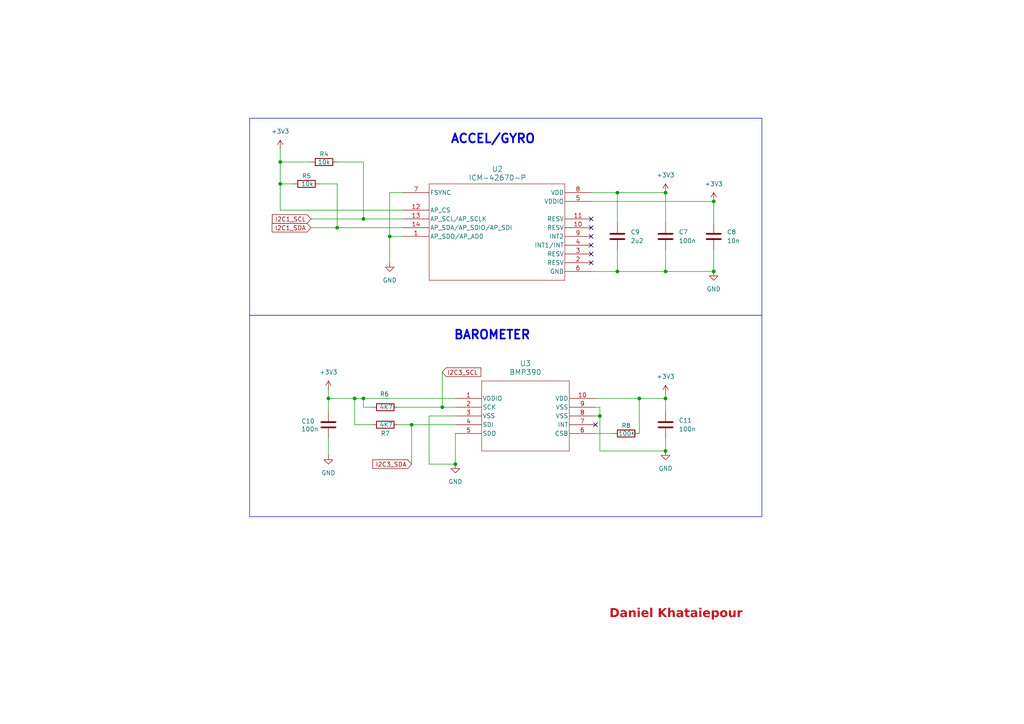
<source format=kicad_sch>
(kicad_sch
	(version 20231120)
	(generator "eeschema")
	(generator_version "8.0")
	(uuid "751d0a52-0a16-4e5e-bb39-391dc1f65fdc")
	(paper "A4")
	(title_block
		(title "FLIGHT CONTROLLER PCB")
		(date "2025-09-02")
	)
	(lib_symbols
		(symbol "BMP390:BMP390"
			(pin_names
				(offset 0.254)
			)
			(exclude_from_sim no)
			(in_bom yes)
			(on_board yes)
			(property "Reference" "U3"
				(at 20.32 10.16 0)
				(effects
					(font
						(size 1.524 1.524)
					)
				)
			)
			(property "Value" "BMP390"
				(at 20.32 7.62 0)
				(effects
					(font
						(size 1.524 1.524)
					)
				)
			)
			(property "Footprint" "10LGA_2X2X0p75_BOS"
				(at 0 0 0)
				(effects
					(font
						(size 1.27 1.27)
						(italic yes)
					)
					(hide yes)
				)
			)
			(property "Datasheet" "BMP390"
				(at 0 0 0)
				(effects
					(font
						(size 1.27 1.27)
						(italic yes)
					)
					(hide yes)
				)
			)
			(property "Description" ""
				(at 0 0 0)
				(effects
					(font
						(size 1.27 1.27)
					)
					(hide yes)
				)
			)
			(property "ki_locked" ""
				(at 0 0 0)
				(effects
					(font
						(size 1.27 1.27)
					)
				)
			)
			(property "ki_keywords" "BMP390"
				(at 0 0 0)
				(effects
					(font
						(size 1.27 1.27)
					)
					(hide yes)
				)
			)
			(property "ki_fp_filters" "10LGA_2X2X0p75_BOS 10LGA_2X2X0p75_BOS-M 10LGA_2X2X0p75_BOS-L"
				(at 0 0 0)
				(effects
					(font
						(size 1.27 1.27)
					)
					(hide yes)
				)
			)
			(symbol "BMP390_0_1"
				(polyline
					(pts
						(xy 7.62 -15.24) (xy 33.02 -15.24)
					)
					(stroke
						(width 0.127)
						(type default)
					)
					(fill
						(type none)
					)
				)
				(polyline
					(pts
						(xy 7.62 5.08) (xy 7.62 -15.24)
					)
					(stroke
						(width 0.127)
						(type default)
					)
					(fill
						(type none)
					)
				)
				(polyline
					(pts
						(xy 33.02 -15.24) (xy 33.02 5.08)
					)
					(stroke
						(width 0.127)
						(type default)
					)
					(fill
						(type none)
					)
				)
				(polyline
					(pts
						(xy 33.02 5.08) (xy 7.62 5.08)
					)
					(stroke
						(width 0.127)
						(type default)
					)
					(fill
						(type none)
					)
				)
				(pin power_in line
					(at 0 0 0)
					(length 7.62)
					(name "VDDIO"
						(effects
							(font
								(size 1.27 1.27)
							)
						)
					)
					(number "1"
						(effects
							(font
								(size 1.27 1.27)
							)
						)
					)
				)
				(pin power_in line
					(at 40.64 0 180)
					(length 7.62)
					(name "VDD"
						(effects
							(font
								(size 1.27 1.27)
							)
						)
					)
					(number "10"
						(effects
							(font
								(size 1.27 1.27)
							)
						)
					)
				)
				(pin input line
					(at 0 -2.54 0)
					(length 7.62)
					(name "SCK"
						(effects
							(font
								(size 1.27 1.27)
							)
						)
					)
					(number "2"
						(effects
							(font
								(size 1.27 1.27)
							)
						)
					)
				)
				(pin power_out line
					(at 0 -5.08 0)
					(length 7.62)
					(name "VSS"
						(effects
							(font
								(size 1.27 1.27)
							)
						)
					)
					(number "3"
						(effects
							(font
								(size 1.27 1.27)
							)
						)
					)
				)
				(pin bidirectional line
					(at 0 -7.62 0)
					(length 7.62)
					(name "SDI"
						(effects
							(font
								(size 1.27 1.27)
							)
						)
					)
					(number "4"
						(effects
							(font
								(size 1.27 1.27)
							)
						)
					)
				)
				(pin bidirectional line
					(at 0 -10.16 0)
					(length 7.62)
					(name "SDO"
						(effects
							(font
								(size 1.27 1.27)
							)
						)
					)
					(number "5"
						(effects
							(font
								(size 1.27 1.27)
							)
						)
					)
				)
				(pin input line
					(at 40.64 -10.16 180)
					(length 7.62)
					(name "CSB"
						(effects
							(font
								(size 1.27 1.27)
							)
						)
					)
					(number "6"
						(effects
							(font
								(size 1.27 1.27)
							)
						)
					)
				)
				(pin power_out line
					(at 40.64 -5.08 180)
					(length 7.62)
					(name "VSS"
						(effects
							(font
								(size 1.27 1.27)
							)
						)
					)
					(number "8"
						(effects
							(font
								(size 1.27 1.27)
							)
						)
					)
				)
				(pin power_out line
					(at 40.64 -2.54 180)
					(length 7.62)
					(name "VSS"
						(effects
							(font
								(size 1.27 1.27)
							)
						)
					)
					(number "9"
						(effects
							(font
								(size 1.27 1.27)
							)
						)
					)
				)
			)
			(symbol "BMP390_1_1"
				(pin no_connect line
					(at 40.64 -7.62 180)
					(length 7.62)
					(name "INT"
						(effects
							(font
								(size 1.27 1.27)
							)
						)
					)
					(number "7"
						(effects
							(font
								(size 1.27 1.27)
							)
						)
					)
				)
			)
		)
		(symbol "Device:C"
			(pin_numbers hide)
			(pin_names
				(offset 0.254)
			)
			(exclude_from_sim no)
			(in_bom yes)
			(on_board yes)
			(property "Reference" "C"
				(at 0.635 2.54 0)
				(effects
					(font
						(size 1.27 1.27)
					)
					(justify left)
				)
			)
			(property "Value" "C"
				(at 0.635 -2.54 0)
				(effects
					(font
						(size 1.27 1.27)
					)
					(justify left)
				)
			)
			(property "Footprint" ""
				(at 0.9652 -3.81 0)
				(effects
					(font
						(size 1.27 1.27)
					)
					(hide yes)
				)
			)
			(property "Datasheet" "~"
				(at 0 0 0)
				(effects
					(font
						(size 1.27 1.27)
					)
					(hide yes)
				)
			)
			(property "Description" "Unpolarized capacitor"
				(at 0 0 0)
				(effects
					(font
						(size 1.27 1.27)
					)
					(hide yes)
				)
			)
			(property "ki_keywords" "cap capacitor"
				(at 0 0 0)
				(effects
					(font
						(size 1.27 1.27)
					)
					(hide yes)
				)
			)
			(property "ki_fp_filters" "C_*"
				(at 0 0 0)
				(effects
					(font
						(size 1.27 1.27)
					)
					(hide yes)
				)
			)
			(symbol "C_0_1"
				(polyline
					(pts
						(xy -2.032 -0.762) (xy 2.032 -0.762)
					)
					(stroke
						(width 0.508)
						(type default)
					)
					(fill
						(type none)
					)
				)
				(polyline
					(pts
						(xy -2.032 0.762) (xy 2.032 0.762)
					)
					(stroke
						(width 0.508)
						(type default)
					)
					(fill
						(type none)
					)
				)
			)
			(symbol "C_1_1"
				(pin passive line
					(at 0 3.81 270)
					(length 2.794)
					(name "~"
						(effects
							(font
								(size 1.27 1.27)
							)
						)
					)
					(number "1"
						(effects
							(font
								(size 1.27 1.27)
							)
						)
					)
				)
				(pin passive line
					(at 0 -3.81 90)
					(length 2.794)
					(name "~"
						(effects
							(font
								(size 1.27 1.27)
							)
						)
					)
					(number "2"
						(effects
							(font
								(size 1.27 1.27)
							)
						)
					)
				)
			)
		)
		(symbol "Device:R"
			(pin_numbers hide)
			(pin_names
				(offset 0)
			)
			(exclude_from_sim no)
			(in_bom yes)
			(on_board yes)
			(property "Reference" "R"
				(at 2.032 0 90)
				(effects
					(font
						(size 1.27 1.27)
					)
				)
			)
			(property "Value" "R"
				(at 0 0 90)
				(effects
					(font
						(size 1.27 1.27)
					)
				)
			)
			(property "Footprint" ""
				(at -1.778 0 90)
				(effects
					(font
						(size 1.27 1.27)
					)
					(hide yes)
				)
			)
			(property "Datasheet" "~"
				(at 0 0 0)
				(effects
					(font
						(size 1.27 1.27)
					)
					(hide yes)
				)
			)
			(property "Description" "Resistor"
				(at 0 0 0)
				(effects
					(font
						(size 1.27 1.27)
					)
					(hide yes)
				)
			)
			(property "ki_keywords" "R res resistor"
				(at 0 0 0)
				(effects
					(font
						(size 1.27 1.27)
					)
					(hide yes)
				)
			)
			(property "ki_fp_filters" "R_*"
				(at 0 0 0)
				(effects
					(font
						(size 1.27 1.27)
					)
					(hide yes)
				)
			)
			(symbol "R_0_1"
				(rectangle
					(start -1.016 -2.54)
					(end 1.016 2.54)
					(stroke
						(width 0.254)
						(type default)
					)
					(fill
						(type none)
					)
				)
			)
			(symbol "R_1_1"
				(pin passive line
					(at 0 3.81 270)
					(length 1.27)
					(name "~"
						(effects
							(font
								(size 1.27 1.27)
							)
						)
					)
					(number "1"
						(effects
							(font
								(size 1.27 1.27)
							)
						)
					)
				)
				(pin passive line
					(at 0 -3.81 90)
					(length 1.27)
					(name "~"
						(effects
							(font
								(size 1.27 1.27)
							)
						)
					)
					(number "2"
						(effects
							(font
								(size 1.27 1.27)
							)
						)
					)
				)
			)
		)
		(symbol "ICM-42670-P:ICM-42670-P"
			(pin_names
				(offset 0.254)
			)
			(exclude_from_sim no)
			(in_bom yes)
			(on_board yes)
			(property "Reference" "U2"
				(at 71.882 36.068 0)
				(effects
					(font
						(size 1.524 1.524)
					)
				)
			)
			(property "Value" "ICM-42670-P"
				(at 71.882 33.528 0)
				(effects
					(font
						(size 1.524 1.524)
					)
				)
			)
			(property "Footprint" "LGA14_2.5X3X0.76_IVS"
				(at 72.39 39.116 0)
				(effects
					(font
						(size 1.27 1.27)
						(italic yes)
					)
					(hide yes)
				)
			)
			(property "Datasheet" "ICM-42670-P"
				(at 71.374 42.672 0)
				(effects
					(font
						(size 1.27 1.27)
						(italic yes)
					)
					(hide yes)
				)
			)
			(property "Description" ""
				(at 44.45 25.4 0)
				(effects
					(font
						(size 1.27 1.27)
					)
					(hide yes)
				)
			)
			(property "ki_locked" ""
				(at 0 0 0)
				(effects
					(font
						(size 1.27 1.27)
					)
				)
			)
			(property "ki_keywords" "ICM-42670-P"
				(at 0 0 0)
				(effects
					(font
						(size 1.27 1.27)
					)
					(hide yes)
				)
			)
			(property "ki_fp_filters" "LGA14_2.5X3X0.76_IVS LGA14_2.5X3X0.76_IVS-M LGA14_2.5X3X0.76_IVS-L"
				(at 0 0 0)
				(effects
					(font
						(size 1.27 1.27)
					)
					(hide yes)
				)
			)
			(symbol "ICM-42670-P_0_1"
				(polyline
					(pts
						(xy 52.07 3.81) (xy 91.44 3.81)
					)
					(stroke
						(width 0.127)
						(type default)
					)
					(fill
						(type none)
					)
				)
				(polyline
					(pts
						(xy 52.07 31.75) (xy 52.07 3.81)
					)
					(stroke
						(width 0.127)
						(type default)
					)
					(fill
						(type none)
					)
				)
				(polyline
					(pts
						(xy 91.44 3.81) (xy 91.44 31.75)
					)
					(stroke
						(width 0.127)
						(type default)
					)
					(fill
						(type none)
					)
				)
				(polyline
					(pts
						(xy 91.44 31.75) (xy 52.07 31.75)
					)
					(stroke
						(width 0.127)
						(type default)
					)
					(fill
						(type none)
					)
				)
				(pin bidirectional line
					(at 44.45 16.51 0)
					(length 7.62)
					(name "AP_SDO/AP_AD0"
						(effects
							(font
								(size 1.27 1.27)
							)
						)
					)
					(number "1"
						(effects
							(font
								(size 1.27 1.27)
							)
						)
					)
				)
				(pin no_connect line
					(at 99.06 19.05 180)
					(length 7.62)
					(name "RESV"
						(effects
							(font
								(size 1.27 1.27)
							)
						)
					)
					(number "10"
						(effects
							(font
								(size 1.27 1.27)
							)
						)
					)
				)
				(pin no_connect line
					(at 99.06 21.59 180)
					(length 7.62)
					(name "RESV"
						(effects
							(font
								(size 1.27 1.27)
							)
						)
					)
					(number "11"
						(effects
							(font
								(size 1.27 1.27)
							)
						)
					)
				)
				(pin input line
					(at 44.45 24.13 0)
					(length 7.62)
					(name "AP_CS"
						(effects
							(font
								(size 1.27 1.27)
							)
						)
					)
					(number "12"
						(effects
							(font
								(size 1.27 1.27)
							)
						)
					)
				)
				(pin bidirectional line
					(at 44.45 21.59 0)
					(length 7.62)
					(name "AP_SCL/AP_SCLK"
						(effects
							(font
								(size 1.27 1.27)
							)
						)
					)
					(number "13"
						(effects
							(font
								(size 1.27 1.27)
							)
						)
					)
				)
				(pin bidirectional line
					(at 44.45 19.05 0)
					(length 7.62)
					(name "AP_SDA/AP_SDIO/AP_SDI"
						(effects
							(font
								(size 1.27 1.27)
							)
						)
					)
					(number "14"
						(effects
							(font
								(size 1.27 1.27)
							)
						)
					)
				)
				(pin no_connect line
					(at 99.06 8.89 180)
					(length 7.62)
					(name "RESV"
						(effects
							(font
								(size 1.27 1.27)
							)
						)
					)
					(number "2"
						(effects
							(font
								(size 1.27 1.27)
							)
						)
					)
				)
				(pin no_connect line
					(at 99.06 11.43 180)
					(length 7.62)
					(name "RESV"
						(effects
							(font
								(size 1.27 1.27)
							)
						)
					)
					(number "3"
						(effects
							(font
								(size 1.27 1.27)
							)
						)
					)
				)
				(pin power_in line
					(at 99.06 26.67 180)
					(length 7.62)
					(name "VDDIO"
						(effects
							(font
								(size 1.27 1.27)
							)
						)
					)
					(number "5"
						(effects
							(font
								(size 1.27 1.27)
							)
						)
					)
				)
				(pin power_out line
					(at 99.06 6.35 180)
					(length 7.62)
					(name "GND"
						(effects
							(font
								(size 1.27 1.27)
							)
						)
					)
					(number "6"
						(effects
							(font
								(size 1.27 1.27)
							)
						)
					)
				)
				(pin input line
					(at 44.45 29.21 0)
					(length 7.62)
					(name "FSYNC"
						(effects
							(font
								(size 1.27 1.27)
							)
						)
					)
					(number "7"
						(effects
							(font
								(size 1.27 1.27)
							)
						)
					)
				)
				(pin power_in line
					(at 99.06 29.21 180)
					(length 7.62)
					(name "VDD"
						(effects
							(font
								(size 1.27 1.27)
							)
						)
					)
					(number "8"
						(effects
							(font
								(size 1.27 1.27)
							)
						)
					)
				)
			)
			(symbol "ICM-42670-P_1_1"
				(pin no_connect line
					(at 99.06 13.97 180)
					(length 7.62)
					(name "INT1/INT"
						(effects
							(font
								(size 1.27 1.27)
							)
						)
					)
					(number "4"
						(effects
							(font
								(size 1.27 1.27)
							)
						)
					)
				)
				(pin no_connect line
					(at 99.06 16.51 180)
					(length 7.62)
					(name "INT2"
						(effects
							(font
								(size 1.27 1.27)
							)
						)
					)
					(number "9"
						(effects
							(font
								(size 1.27 1.27)
							)
						)
					)
				)
			)
		)
		(symbol "power:+3V3"
			(power)
			(pin_numbers hide)
			(pin_names
				(offset 0) hide)
			(exclude_from_sim no)
			(in_bom yes)
			(on_board yes)
			(property "Reference" "#PWR"
				(at 0 -3.81 0)
				(effects
					(font
						(size 1.27 1.27)
					)
					(hide yes)
				)
			)
			(property "Value" "+3V3"
				(at 0 3.556 0)
				(effects
					(font
						(size 1.27 1.27)
					)
				)
			)
			(property "Footprint" ""
				(at 0 0 0)
				(effects
					(font
						(size 1.27 1.27)
					)
					(hide yes)
				)
			)
			(property "Datasheet" ""
				(at 0 0 0)
				(effects
					(font
						(size 1.27 1.27)
					)
					(hide yes)
				)
			)
			(property "Description" "Power symbol creates a global label with name \"+3V3\""
				(at 0 0 0)
				(effects
					(font
						(size 1.27 1.27)
					)
					(hide yes)
				)
			)
			(property "ki_keywords" "global power"
				(at 0 0 0)
				(effects
					(font
						(size 1.27 1.27)
					)
					(hide yes)
				)
			)
			(symbol "+3V3_0_1"
				(polyline
					(pts
						(xy -0.762 1.27) (xy 0 2.54)
					)
					(stroke
						(width 0)
						(type default)
					)
					(fill
						(type none)
					)
				)
				(polyline
					(pts
						(xy 0 0) (xy 0 2.54)
					)
					(stroke
						(width 0)
						(type default)
					)
					(fill
						(type none)
					)
				)
				(polyline
					(pts
						(xy 0 2.54) (xy 0.762 1.27)
					)
					(stroke
						(width 0)
						(type default)
					)
					(fill
						(type none)
					)
				)
			)
			(symbol "+3V3_1_1"
				(pin power_in line
					(at 0 0 90)
					(length 0)
					(name "~"
						(effects
							(font
								(size 1.27 1.27)
							)
						)
					)
					(number "1"
						(effects
							(font
								(size 1.27 1.27)
							)
						)
					)
				)
			)
		)
		(symbol "power:GND"
			(power)
			(pin_numbers hide)
			(pin_names
				(offset 0) hide)
			(exclude_from_sim no)
			(in_bom yes)
			(on_board yes)
			(property "Reference" "#PWR"
				(at 0 -6.35 0)
				(effects
					(font
						(size 1.27 1.27)
					)
					(hide yes)
				)
			)
			(property "Value" "GND"
				(at 0 -3.81 0)
				(effects
					(font
						(size 1.27 1.27)
					)
				)
			)
			(property "Footprint" ""
				(at 0 0 0)
				(effects
					(font
						(size 1.27 1.27)
					)
					(hide yes)
				)
			)
			(property "Datasheet" ""
				(at 0 0 0)
				(effects
					(font
						(size 1.27 1.27)
					)
					(hide yes)
				)
			)
			(property "Description" "Power symbol creates a global label with name \"GND\" , ground"
				(at 0 0 0)
				(effects
					(font
						(size 1.27 1.27)
					)
					(hide yes)
				)
			)
			(property "ki_keywords" "global power"
				(at 0 0 0)
				(effects
					(font
						(size 1.27 1.27)
					)
					(hide yes)
				)
			)
			(symbol "GND_0_1"
				(polyline
					(pts
						(xy 0 0) (xy 0 -1.27) (xy 1.27 -1.27) (xy 0 -2.54) (xy -1.27 -1.27) (xy 0 -1.27)
					)
					(stroke
						(width 0)
						(type default)
					)
					(fill
						(type none)
					)
				)
			)
			(symbol "GND_1_1"
				(pin power_in line
					(at 0 0 270)
					(length 0)
					(name "~"
						(effects
							(font
								(size 1.27 1.27)
							)
						)
					)
					(number "1"
						(effects
							(font
								(size 1.27 1.27)
							)
						)
					)
				)
			)
		)
	)
	(junction
		(at 102.87 115.57)
		(diameter 0)
		(color 0 0 0 0)
		(uuid "04007db5-7ec4-4461-bfc6-2772e0c5efc7")
	)
	(junction
		(at 207.01 78.74)
		(diameter 0)
		(color 0 0 0 0)
		(uuid "04436f0a-e556-425d-aed5-2cab2fddda12")
	)
	(junction
		(at 193.04 130.81)
		(diameter 0)
		(color 0 0 0 0)
		(uuid "0e035a00-a1b4-48e7-916d-2dd439d52afb")
	)
	(junction
		(at 193.04 115.57)
		(diameter 0)
		(color 0 0 0 0)
		(uuid "17c7b5f1-3323-48bf-bde0-6ae84e96b4fd")
	)
	(junction
		(at 105.41 63.5)
		(diameter 0)
		(color 0 0 0 0)
		(uuid "24341c31-d5cb-46e6-a870-b438611d4cb5")
	)
	(junction
		(at 95.25 115.57)
		(diameter 0)
		(color 0 0 0 0)
		(uuid "2b50aefd-1095-48a2-8ee2-96819f9815b5")
	)
	(junction
		(at 193.04 78.74)
		(diameter 0)
		(color 0 0 0 0)
		(uuid "30a4033c-4e3c-466d-bfbd-a07a3198e4a0")
	)
	(junction
		(at 179.07 55.88)
		(diameter 0)
		(color 0 0 0 0)
		(uuid "31c10abf-7965-43a6-a43a-4ce4228da4ec")
	)
	(junction
		(at 193.04 55.88)
		(diameter 0)
		(color 0 0 0 0)
		(uuid "3386bbfa-a378-4cc2-b7d7-95058f0ad3bd")
	)
	(junction
		(at 81.28 46.99)
		(diameter 0)
		(color 0 0 0 0)
		(uuid "4d50dde0-3de7-4228-bcb4-3925c71b5498")
	)
	(junction
		(at 132.08 134.62)
		(diameter 0)
		(color 0 0 0 0)
		(uuid "5fffa213-6e62-43ca-bb48-2562d1d1b994")
	)
	(junction
		(at 185.42 115.57)
		(diameter 0)
		(color 0 0 0 0)
		(uuid "88b19dcb-2f9a-4360-944e-14c9e5f501c1")
	)
	(junction
		(at 119.38 123.19)
		(diameter 0)
		(color 0 0 0 0)
		(uuid "8b74ab97-784a-4051-8af6-7dadbf4b1418")
	)
	(junction
		(at 207.01 58.42)
		(diameter 0)
		(color 0 0 0 0)
		(uuid "8f8011c1-c6d7-4e20-95e1-8fee58a872f7")
	)
	(junction
		(at 173.99 120.65)
		(diameter 0)
		(color 0 0 0 0)
		(uuid "bc8051eb-5c50-4618-8c88-cf322852aa8d")
	)
	(junction
		(at 113.03 68.58)
		(diameter 0)
		(color 0 0 0 0)
		(uuid "c3c0be84-3c05-4221-b393-59b253e89a14")
	)
	(junction
		(at 81.28 53.34)
		(diameter 0)
		(color 0 0 0 0)
		(uuid "c7bec023-d97d-4de5-b50a-e2bf58bdce10")
	)
	(junction
		(at 128.27 118.11)
		(diameter 0)
		(color 0 0 0 0)
		(uuid "cc5f71e8-a713-4806-a787-2dc6d0ef9599")
	)
	(junction
		(at 97.79 66.04)
		(diameter 0)
		(color 0 0 0 0)
		(uuid "e65145dc-9a8f-4fd0-ac25-a524bbbc810e")
	)
	(junction
		(at 105.41 115.57)
		(diameter 0)
		(color 0 0 0 0)
		(uuid "e8287350-c871-4345-b288-d2fc88d05796")
	)
	(junction
		(at 179.07 78.74)
		(diameter 0)
		(color 0 0 0 0)
		(uuid "f9201d20-2915-4b6d-a444-a6ffdd47e003")
	)
	(no_connect
		(at 171.45 71.12)
		(uuid "14a78c57-563f-4356-a1c7-286e1fd57290")
	)
	(no_connect
		(at 171.45 66.04)
		(uuid "5810210b-7411-4ae8-849f-ec6fc6b130e3")
	)
	(no_connect
		(at 171.45 68.58)
		(uuid "8a3aaeb1-6513-4a1e-9b75-688c85ce6190")
	)
	(no_connect
		(at 171.45 63.5)
		(uuid "8d24a27d-a493-4a19-80a9-b03e82e6c31d")
	)
	(no_connect
		(at 171.45 76.2)
		(uuid "9400f80f-e947-4f12-bc8a-56424559f917")
	)
	(no_connect
		(at 172.72 123.19)
		(uuid "95da6e20-8f8a-4fe8-8499-f326e3d16eb9")
	)
	(no_connect
		(at 171.45 73.66)
		(uuid "fe7d286f-ac2c-4d9c-85c0-cbf55c7d494c")
	)
	(wire
		(pts
			(xy 128.27 118.11) (xy 132.08 118.11)
		)
		(stroke
			(width 0)
			(type default)
		)
		(uuid "07d6fddd-ed84-4c98-b8dd-748afbc94b23")
	)
	(wire
		(pts
			(xy 173.99 120.65) (xy 172.72 120.65)
		)
		(stroke
			(width 0)
			(type default)
		)
		(uuid "090b5f42-0263-443a-aadf-5c58eec7812a")
	)
	(wire
		(pts
			(xy 171.45 58.42) (xy 207.01 58.42)
		)
		(stroke
			(width 0)
			(type default)
		)
		(uuid "10856c12-e1b7-4e9f-bc34-6d0247a18403")
	)
	(wire
		(pts
			(xy 116.84 55.88) (xy 113.03 55.88)
		)
		(stroke
			(width 0)
			(type default)
		)
		(uuid "1b47290e-30ca-48f7-a6b7-f661f43c714b")
	)
	(wire
		(pts
			(xy 116.84 60.96) (xy 81.28 60.96)
		)
		(stroke
			(width 0)
			(type default)
		)
		(uuid "1de39b79-2eb0-4b12-bf97-f5b2d8891b24")
	)
	(wire
		(pts
			(xy 193.04 130.81) (xy 193.04 127)
		)
		(stroke
			(width 0)
			(type default)
		)
		(uuid "1f3963ec-0caf-47c0-8e49-8b5919c50dba")
	)
	(wire
		(pts
			(xy 105.41 115.57) (xy 132.08 115.57)
		)
		(stroke
			(width 0)
			(type default)
		)
		(uuid "24fd67a1-0c5e-4637-ad5b-04e171f8c572")
	)
	(wire
		(pts
			(xy 171.45 78.74) (xy 179.07 78.74)
		)
		(stroke
			(width 0)
			(type default)
		)
		(uuid "2b386daa-2690-436b-9007-3ccc436cdac0")
	)
	(wire
		(pts
			(xy 179.07 55.88) (xy 193.04 55.88)
		)
		(stroke
			(width 0)
			(type default)
		)
		(uuid "2b9211ab-9654-4c47-a625-8e8daabd9c4e")
	)
	(wire
		(pts
			(xy 172.72 118.11) (xy 173.99 118.11)
		)
		(stroke
			(width 0)
			(type default)
		)
		(uuid "2ec620e6-7e6d-4ad4-a68b-25124561a1c8")
	)
	(wire
		(pts
			(xy 119.38 123.19) (xy 132.08 123.19)
		)
		(stroke
			(width 0)
			(type default)
		)
		(uuid "2f9f4ac2-f8d2-484c-bc68-94a569a01b9f")
	)
	(wire
		(pts
			(xy 107.95 118.11) (xy 105.41 118.11)
		)
		(stroke
			(width 0)
			(type default)
		)
		(uuid "30423581-b796-42b3-b6aa-0179dee1896a")
	)
	(wire
		(pts
			(xy 207.01 58.42) (xy 207.01 64.77)
		)
		(stroke
			(width 0)
			(type default)
		)
		(uuid "35972c3d-4301-4635-8e7c-51f34ae07cf7")
	)
	(wire
		(pts
			(xy 95.25 115.57) (xy 102.87 115.57)
		)
		(stroke
			(width 0)
			(type default)
		)
		(uuid "3c10fb2b-0707-4c0e-9f94-53022b44b477")
	)
	(wire
		(pts
			(xy 115.57 123.19) (xy 119.38 123.19)
		)
		(stroke
			(width 0)
			(type default)
		)
		(uuid "443cdecd-00f6-4ebd-9de4-1046aa909801")
	)
	(wire
		(pts
			(xy 113.03 55.88) (xy 113.03 68.58)
		)
		(stroke
			(width 0)
			(type default)
		)
		(uuid "446f22ee-143c-4f2c-a111-d99fd754ef46")
	)
	(wire
		(pts
			(xy 207.01 72.39) (xy 207.01 78.74)
		)
		(stroke
			(width 0)
			(type default)
		)
		(uuid "49c20289-82fd-4174-a2f5-231ed30210a7")
	)
	(wire
		(pts
			(xy 124.46 120.65) (xy 132.08 120.65)
		)
		(stroke
			(width 0)
			(type default)
		)
		(uuid "4b533004-bf07-40b9-85af-63052839e087")
	)
	(wire
		(pts
			(xy 115.57 118.11) (xy 128.27 118.11)
		)
		(stroke
			(width 0)
			(type default)
		)
		(uuid "4eebb559-63d3-4437-9baa-97b35440be79")
	)
	(wire
		(pts
			(xy 81.28 60.96) (xy 81.28 53.34)
		)
		(stroke
			(width 0)
			(type default)
		)
		(uuid "56348104-f37f-4445-89c8-b0f28ca75d48")
	)
	(wire
		(pts
			(xy 90.17 63.5) (xy 105.41 63.5)
		)
		(stroke
			(width 0)
			(type default)
		)
		(uuid "5a313fe9-6c85-402b-8e4c-365d4a01b856")
	)
	(wire
		(pts
			(xy 107.95 123.19) (xy 102.87 123.19)
		)
		(stroke
			(width 0)
			(type default)
		)
		(uuid "6221b412-9362-48ca-9c6c-bee6816cbbf3")
	)
	(wire
		(pts
			(xy 97.79 66.04) (xy 116.84 66.04)
		)
		(stroke
			(width 0)
			(type default)
		)
		(uuid "6cc59ac6-62ad-4794-9706-064b59c97361")
	)
	(wire
		(pts
			(xy 81.28 46.99) (xy 90.17 46.99)
		)
		(stroke
			(width 0)
			(type default)
		)
		(uuid "6ed9f3cd-fb75-4e6b-816d-054ad7558f41")
	)
	(wire
		(pts
			(xy 113.03 68.58) (xy 113.03 76.2)
		)
		(stroke
			(width 0)
			(type default)
		)
		(uuid "71f1b4d9-8921-4368-bb1f-b755bff07846")
	)
	(wire
		(pts
			(xy 173.99 120.65) (xy 173.99 130.81)
		)
		(stroke
			(width 0)
			(type default)
		)
		(uuid "724772e2-b719-48d7-99b3-25bb764a52ce")
	)
	(wire
		(pts
			(xy 90.17 66.04) (xy 97.79 66.04)
		)
		(stroke
			(width 0)
			(type default)
		)
		(uuid "76d03a88-d0bd-4f2c-8871-4a9e7a65a91e")
	)
	(wire
		(pts
			(xy 95.25 119.38) (xy 95.25 115.57)
		)
		(stroke
			(width 0)
			(type default)
		)
		(uuid "77b2e586-2baf-4604-aab3-841b80e71865")
	)
	(wire
		(pts
			(xy 193.04 115.57) (xy 185.42 115.57)
		)
		(stroke
			(width 0)
			(type default)
		)
		(uuid "7d1f8a8e-9dc8-41e5-bc7a-2695d7525595")
	)
	(wire
		(pts
			(xy 102.87 115.57) (xy 105.41 115.57)
		)
		(stroke
			(width 0)
			(type default)
		)
		(uuid "80d46fb8-5cba-426e-bb83-e86cb2361368")
	)
	(wire
		(pts
			(xy 95.25 113.03) (xy 95.25 115.57)
		)
		(stroke
			(width 0)
			(type default)
		)
		(uuid "82eef370-ab1e-40f5-a864-2289b5ad0d9b")
	)
	(wire
		(pts
			(xy 173.99 130.81) (xy 193.04 130.81)
		)
		(stroke
			(width 0)
			(type default)
		)
		(uuid "86caa543-f6c6-4a2a-a471-2968672abf31")
	)
	(wire
		(pts
			(xy 172.72 125.73) (xy 177.8 125.73)
		)
		(stroke
			(width 0)
			(type default)
		)
		(uuid "95e01f35-fe35-42dd-80d8-d753812acd0e")
	)
	(wire
		(pts
			(xy 193.04 78.74) (xy 207.01 78.74)
		)
		(stroke
			(width 0)
			(type default)
		)
		(uuid "96168372-712b-4681-93f6-3bb508e46a13")
	)
	(wire
		(pts
			(xy 128.27 107.95) (xy 128.27 118.11)
		)
		(stroke
			(width 0)
			(type default)
		)
		(uuid "9680bb30-3ccb-4701-972c-4e077b744029")
	)
	(wire
		(pts
			(xy 105.41 63.5) (xy 116.84 63.5)
		)
		(stroke
			(width 0)
			(type default)
		)
		(uuid "979e8b20-01a0-4298-bbad-f9f38b7e5c20")
	)
	(wire
		(pts
			(xy 193.04 114.3) (xy 193.04 115.57)
		)
		(stroke
			(width 0)
			(type default)
		)
		(uuid "97a40b88-6592-4feb-8b26-ffb5646f7ae7")
	)
	(wire
		(pts
			(xy 119.38 123.19) (xy 119.38 134.62)
		)
		(stroke
			(width 0)
			(type default)
		)
		(uuid "9e06eaca-ff7a-47c0-810d-5c3a67dd6d4a")
	)
	(wire
		(pts
			(xy 81.28 43.18) (xy 81.28 46.99)
		)
		(stroke
			(width 0)
			(type default)
		)
		(uuid "9ee15534-d0ec-4902-b151-68025f6f0d96")
	)
	(wire
		(pts
			(xy 81.28 53.34) (xy 85.09 53.34)
		)
		(stroke
			(width 0)
			(type default)
		)
		(uuid "a15dd5c2-c98a-49d0-b1cf-55c3cd1e3dc9")
	)
	(wire
		(pts
			(xy 132.08 125.73) (xy 132.08 134.62)
		)
		(stroke
			(width 0)
			(type default)
		)
		(uuid "aa017b54-5e35-40e5-9626-260c669cdccf")
	)
	(wire
		(pts
			(xy 179.07 78.74) (xy 179.07 72.39)
		)
		(stroke
			(width 0)
			(type default)
		)
		(uuid "b4702b1e-eb16-40f3-90c3-d1fd9abeaa6b")
	)
	(wire
		(pts
			(xy 193.04 55.88) (xy 193.04 64.77)
		)
		(stroke
			(width 0)
			(type default)
		)
		(uuid "b4bfd684-92d5-4064-9352-6d2b045d8637")
	)
	(wire
		(pts
			(xy 124.46 120.65) (xy 124.46 134.62)
		)
		(stroke
			(width 0)
			(type default)
		)
		(uuid "ba283257-082a-49b1-9f94-9e8122c03fbe")
	)
	(wire
		(pts
			(xy 124.46 134.62) (xy 132.08 134.62)
		)
		(stroke
			(width 0)
			(type default)
		)
		(uuid "bc3d9950-7018-4da2-94a4-e0456c110e55")
	)
	(wire
		(pts
			(xy 185.42 125.73) (xy 185.42 115.57)
		)
		(stroke
			(width 0)
			(type default)
		)
		(uuid "befd59e5-fb3e-4149-9012-d4a8f035cc7c")
	)
	(wire
		(pts
			(xy 193.04 72.39) (xy 193.04 78.74)
		)
		(stroke
			(width 0)
			(type default)
		)
		(uuid "cc668a3f-664e-41ed-a6ba-740c53883e11")
	)
	(wire
		(pts
			(xy 102.87 123.19) (xy 102.87 115.57)
		)
		(stroke
			(width 0)
			(type default)
		)
		(uuid "ce30d467-cd88-4cdb-bb44-15ecdb6ab606")
	)
	(wire
		(pts
			(xy 173.99 118.11) (xy 173.99 120.65)
		)
		(stroke
			(width 0)
			(type default)
		)
		(uuid "cface2a2-f1a3-4727-b03c-c7233b4c6c93")
	)
	(wire
		(pts
			(xy 105.41 118.11) (xy 105.41 115.57)
		)
		(stroke
			(width 0)
			(type default)
		)
		(uuid "d2303a7a-6853-48f5-bcb6-347edbfc8d7e")
	)
	(wire
		(pts
			(xy 81.28 46.99) (xy 81.28 53.34)
		)
		(stroke
			(width 0)
			(type default)
		)
		(uuid "d495965a-6d95-47f3-ba48-e0e91ec7cc43")
	)
	(wire
		(pts
			(xy 193.04 119.38) (xy 193.04 115.57)
		)
		(stroke
			(width 0)
			(type default)
		)
		(uuid "d646e6d4-982d-4daa-bda9-eddeaa1b7304")
	)
	(wire
		(pts
			(xy 97.79 53.34) (xy 97.79 66.04)
		)
		(stroke
			(width 0)
			(type default)
		)
		(uuid "d67f5540-aa93-4e08-85c2-29b041b5039b")
	)
	(wire
		(pts
			(xy 92.71 53.34) (xy 97.79 53.34)
		)
		(stroke
			(width 0)
			(type default)
		)
		(uuid "d8ddf18b-b923-40ae-b11e-95b8c210c2af")
	)
	(wire
		(pts
			(xy 171.45 55.88) (xy 179.07 55.88)
		)
		(stroke
			(width 0)
			(type default)
		)
		(uuid "dced0853-3b51-440f-9ad4-feb147a2756f")
	)
	(wire
		(pts
			(xy 179.07 78.74) (xy 193.04 78.74)
		)
		(stroke
			(width 0)
			(type default)
		)
		(uuid "de06144f-4774-473a-b75e-097fd0104414")
	)
	(wire
		(pts
			(xy 179.07 55.88) (xy 179.07 64.77)
		)
		(stroke
			(width 0)
			(type default)
		)
		(uuid "e98016d2-3657-4a46-a460-d67e6821d01b")
	)
	(wire
		(pts
			(xy 95.25 127) (xy 95.25 132.08)
		)
		(stroke
			(width 0)
			(type default)
		)
		(uuid "eacc8ddf-46a5-4e06-a118-020f9c2ccfe0")
	)
	(wire
		(pts
			(xy 113.03 68.58) (xy 116.84 68.58)
		)
		(stroke
			(width 0)
			(type default)
		)
		(uuid "ef0f6ad7-9f6d-4329-939f-2492625e10f2")
	)
	(wire
		(pts
			(xy 185.42 115.57) (xy 172.72 115.57)
		)
		(stroke
			(width 0)
			(type default)
		)
		(uuid "f3285f8b-05ec-4ce9-aed2-1f6139c04d6e")
	)
	(wire
		(pts
			(xy 105.41 46.99) (xy 105.41 63.5)
		)
		(stroke
			(width 0)
			(type default)
		)
		(uuid "f65f9ae4-cb42-4bac-8dc7-6cdbfddcba1f")
	)
	(wire
		(pts
			(xy 97.79 46.99) (xy 105.41 46.99)
		)
		(stroke
			(width 0)
			(type default)
		)
		(uuid "f708f85a-0031-43e3-aced-b0c23bd24b92")
	)
	(rectangle
		(start 72.39 91.44)
		(end 220.98 149.86)
		(stroke
			(width 0)
			(type default)
		)
		(fill
			(type none)
		)
		(uuid 09b9e8f0-aad4-470d-8fe1-b5aeb53afb9d)
	)
	(rectangle
		(start 72.39 34.29)
		(end 220.98 91.44)
		(stroke
			(width 0)
			(type default)
		)
		(fill
			(type none)
		)
		(uuid cca07214-4f60-4751-ab35-029da9d9aad9)
	)
	(text "ACCEL/GYRO\n"
		(exclude_from_sim no)
		(at 143.002 40.386 0)
		(effects
			(font
				(face "KiCad Font")
				(size 2.54 2.54)
				(thickness 0.508)
				(bold yes)
			)
		)
		(uuid "1c3ca9e6-984c-4535-a5b2-1d96165a2f7b")
	)
	(text "BAROMETER"
		(exclude_from_sim no)
		(at 142.748 97.282 0)
		(effects
			(font
				(face "KiCad Font")
				(size 2.54 2.54)
				(thickness 0.508)
				(bold yes)
			)
		)
		(uuid "8e25dbde-bf49-4437-be79-65e90140f565")
	)
	(text "Daniel Khataiepour"
		(exclude_from_sim no)
		(at 196.088 178.816 0)
		(effects
			(font
				(face "Liberation Sans Narrow")
				(size 2.54 2.54)
				(bold yes)
				(italic yes)
				(color 186 17 24 1)
			)
		)
		(uuid "914fa972-b890-4b0f-ab07-e7cc436c89e9")
	)
	(global_label "I2C3_SDA"
		(shape input)
		(at 119.38 134.62 180)
		(fields_autoplaced yes)
		(effects
			(font
				(size 1.27 1.27)
			)
			(justify right)
		)
		(uuid "0b0232e7-a764-4db4-831a-5705b00828ed")
		(property "Intersheetrefs" "${INTERSHEET_REFS}"
			(at 107.5653 134.62 0)
			(effects
				(font
					(size 1.27 1.27)
				)
				(justify right)
				(hide yes)
			)
		)
	)
	(global_label "I2C3_SCL"
		(shape input)
		(at 128.27 107.95 0)
		(fields_autoplaced yes)
		(effects
			(font
				(size 1.27 1.27)
			)
			(justify left)
		)
		(uuid "3218e4d0-b8af-45ed-8f6f-816e3992545f")
		(property "Intersheetrefs" "${INTERSHEET_REFS}"
			(at 140.0242 107.95 0)
			(effects
				(font
					(size 1.27 1.27)
				)
				(justify left)
				(hide yes)
			)
		)
	)
	(global_label "I2C1_SCL"
		(shape input)
		(at 90.17 63.5 180)
		(fields_autoplaced yes)
		(effects
			(font
				(size 1.27 1.27)
			)
			(justify right)
		)
		(uuid "3485f30b-9958-48f4-bfd7-75e84ce195ef")
		(property "Intersheetrefs" "${INTERSHEET_REFS}"
			(at 78.4158 63.5 0)
			(effects
				(font
					(size 1.27 1.27)
				)
				(justify right)
				(hide yes)
			)
		)
	)
	(global_label "I2C1_SDA"
		(shape input)
		(at 90.17 66.04 180)
		(fields_autoplaced yes)
		(effects
			(font
				(size 1.27 1.27)
			)
			(justify right)
		)
		(uuid "ee14c876-8fdb-493d-882b-ac4036cbd8ff")
		(property "Intersheetrefs" "${INTERSHEET_REFS}"
			(at 78.3553 66.04 0)
			(effects
				(font
					(size 1.27 1.27)
				)
				(justify right)
				(hide yes)
			)
		)
	)
	(symbol
		(lib_id "power:GND")
		(at 193.04 130.81 0)
		(unit 1)
		(exclude_from_sim no)
		(in_bom yes)
		(on_board yes)
		(dnp no)
		(fields_autoplaced yes)
		(uuid "01880c6f-1fcf-4360-a3eb-881aa77d9171")
		(property "Reference" "#PWR18"
			(at 193.04 137.16 0)
			(effects
				(font
					(size 1.27 1.27)
				)
				(hide yes)
			)
		)
		(property "Value" "GND"
			(at 193.04 135.89 0)
			(effects
				(font
					(size 1.27 1.27)
				)
			)
		)
		(property "Footprint" ""
			(at 193.04 130.81 0)
			(effects
				(font
					(size 1.27 1.27)
				)
				(hide yes)
			)
		)
		(property "Datasheet" ""
			(at 193.04 130.81 0)
			(effects
				(font
					(size 1.27 1.27)
				)
				(hide yes)
			)
		)
		(property "Description" "Power symbol creates a global label with name \"GND\" , ground"
			(at 193.04 130.81 0)
			(effects
				(font
					(size 1.27 1.27)
				)
				(hide yes)
			)
		)
		(pin "1"
			(uuid "8320a77c-1eb4-480e-9d14-140f67137b88")
		)
		(instances
			(project "Flight Controlelr"
				(path "/9949995a-e338-484b-87db-7ebe96101aca/c92f2bdc-cc10-4e1e-8f46-8ebff9177722"
					(reference "#PWR18")
					(unit 1)
				)
			)
		)
	)
	(symbol
		(lib_id "Device:R")
		(at 181.61 125.73 90)
		(unit 1)
		(exclude_from_sim no)
		(in_bom yes)
		(on_board yes)
		(dnp no)
		(uuid "05bc6773-7282-431a-b6a2-3c4d9221ba7f")
		(property "Reference" "R8"
			(at 181.61 123.444 90)
			(effects
				(font
					(size 1.27 1.27)
				)
			)
		)
		(property "Value" "100K"
			(at 181.864 125.73 90)
			(effects
				(font
					(size 1.27 1.27)
				)
			)
		)
		(property "Footprint" "Resistor_SMD:R_0402_1005Metric"
			(at 181.61 127.508 90)
			(effects
				(font
					(size 1.27 1.27)
				)
				(hide yes)
			)
		)
		(property "Datasheet" "~"
			(at 181.61 125.73 0)
			(effects
				(font
					(size 1.27 1.27)
				)
				(hide yes)
			)
		)
		(property "Description" "Resistor"
			(at 181.61 125.73 0)
			(effects
				(font
					(size 1.27 1.27)
				)
				(hide yes)
			)
		)
		(pin "2"
			(uuid "a21b28d4-06b3-456b-8e1b-96bfa7e28871")
		)
		(pin "1"
			(uuid "6865c659-273a-4844-81cd-4bb17f12c420")
		)
		(instances
			(project "Flight Controlelr"
				(path "/9949995a-e338-484b-87db-7ebe96101aca/c92f2bdc-cc10-4e1e-8f46-8ebff9177722"
					(reference "R8")
					(unit 1)
				)
			)
		)
	)
	(symbol
		(lib_id "power:+3V3")
		(at 95.25 113.03 0)
		(unit 1)
		(exclude_from_sim no)
		(in_bom yes)
		(on_board yes)
		(dnp no)
		(fields_autoplaced yes)
		(uuid "0bccfd5d-2fb2-4964-b0fb-3cecc0e1fe8c")
		(property "Reference" "#PWR16"
			(at 95.25 116.84 0)
			(effects
				(font
					(size 1.27 1.27)
				)
				(hide yes)
			)
		)
		(property "Value" "+3V3"
			(at 95.25 107.95 0)
			(effects
				(font
					(size 1.27 1.27)
				)
			)
		)
		(property "Footprint" ""
			(at 95.25 113.03 0)
			(effects
				(font
					(size 1.27 1.27)
				)
				(hide yes)
			)
		)
		(property "Datasheet" ""
			(at 95.25 113.03 0)
			(effects
				(font
					(size 1.27 1.27)
				)
				(hide yes)
			)
		)
		(property "Description" "Power symbol creates a global label with name \"+3V3\""
			(at 95.25 113.03 0)
			(effects
				(font
					(size 1.27 1.27)
				)
				(hide yes)
			)
		)
		(pin "1"
			(uuid "816d77d5-f08c-437a-8ae2-58bb3c655708")
		)
		(instances
			(project ""
				(path "/9949995a-e338-484b-87db-7ebe96101aca/c92f2bdc-cc10-4e1e-8f46-8ebff9177722"
					(reference "#PWR16")
					(unit 1)
				)
			)
		)
	)
	(symbol
		(lib_id "power:+3V3")
		(at 207.01 58.42 0)
		(unit 1)
		(exclude_from_sim no)
		(in_bom yes)
		(on_board yes)
		(dnp no)
		(fields_autoplaced yes)
		(uuid "103a8690-57bb-454a-9f41-5ca5c177d91c")
		(property "Reference" "#PWR13"
			(at 207.01 62.23 0)
			(effects
				(font
					(size 1.27 1.27)
				)
				(hide yes)
			)
		)
		(property "Value" "+3V3"
			(at 207.01 53.34 0)
			(effects
				(font
					(size 1.27 1.27)
				)
			)
		)
		(property "Footprint" ""
			(at 207.01 58.42 0)
			(effects
				(font
					(size 1.27 1.27)
				)
				(hide yes)
			)
		)
		(property "Datasheet" ""
			(at 207.01 58.42 0)
			(effects
				(font
					(size 1.27 1.27)
				)
				(hide yes)
			)
		)
		(property "Description" "Power symbol creates a global label with name \"+3V3\""
			(at 207.01 58.42 0)
			(effects
				(font
					(size 1.27 1.27)
				)
				(hide yes)
			)
		)
		(pin "1"
			(uuid "dc62fdb3-fd35-4c09-872b-e39afd0dc940")
		)
		(instances
			(project ""
				(path "/9949995a-e338-484b-87db-7ebe96101aca/c92f2bdc-cc10-4e1e-8f46-8ebff9177722"
					(reference "#PWR13")
					(unit 1)
				)
			)
		)
	)
	(symbol
		(lib_id "power:+3V3")
		(at 193.04 114.3 0)
		(unit 1)
		(exclude_from_sim no)
		(in_bom yes)
		(on_board yes)
		(dnp no)
		(fields_autoplaced yes)
		(uuid "196676e2-cefe-4295-b266-6eb41abab4ac")
		(property "Reference" "#PWR17"
			(at 193.04 118.11 0)
			(effects
				(font
					(size 1.27 1.27)
				)
				(hide yes)
			)
		)
		(property "Value" "+3V3"
			(at 193.04 109.22 0)
			(effects
				(font
					(size 1.27 1.27)
				)
			)
		)
		(property "Footprint" ""
			(at 193.04 114.3 0)
			(effects
				(font
					(size 1.27 1.27)
				)
				(hide yes)
			)
		)
		(property "Datasheet" ""
			(at 193.04 114.3 0)
			(effects
				(font
					(size 1.27 1.27)
				)
				(hide yes)
			)
		)
		(property "Description" "Power symbol creates a global label with name \"+3V3\""
			(at 193.04 114.3 0)
			(effects
				(font
					(size 1.27 1.27)
				)
				(hide yes)
			)
		)
		(pin "1"
			(uuid "7a7982ea-1af0-400d-9bf1-180b9a7a7810")
		)
		(instances
			(project "Flight Controlelr"
				(path "/9949995a-e338-484b-87db-7ebe96101aca/c92f2bdc-cc10-4e1e-8f46-8ebff9177722"
					(reference "#PWR17")
					(unit 1)
				)
			)
		)
	)
	(symbol
		(lib_id "Device:R")
		(at 111.76 123.19 90)
		(unit 1)
		(exclude_from_sim no)
		(in_bom yes)
		(on_board yes)
		(dnp no)
		(uuid "1cc7bba1-db35-4dcf-8e51-e6928f8d9b0b")
		(property "Reference" "R7"
			(at 111.76 125.73 90)
			(effects
				(font
					(size 1.27 1.27)
				)
			)
		)
		(property "Value" "4K7"
			(at 112.014 123.19 90)
			(effects
				(font
					(size 1.27 1.27)
				)
			)
		)
		(property "Footprint" "Resistor_SMD:R_0402_1005Metric"
			(at 111.76 124.968 90)
			(effects
				(font
					(size 1.27 1.27)
				)
				(hide yes)
			)
		)
		(property "Datasheet" "~"
			(at 111.76 123.19 0)
			(effects
				(font
					(size 1.27 1.27)
				)
				(hide yes)
			)
		)
		(property "Description" "Resistor"
			(at 111.76 123.19 0)
			(effects
				(font
					(size 1.27 1.27)
				)
				(hide yes)
			)
		)
		(pin "2"
			(uuid "9a9ae24a-478e-4226-a441-f3fc3e740faa")
		)
		(pin "1"
			(uuid "ff00ea6f-eb7a-4be9-996e-5247a4da41d1")
		)
		(instances
			(project "Flight Controlelr"
				(path "/9949995a-e338-484b-87db-7ebe96101aca/c92f2bdc-cc10-4e1e-8f46-8ebff9177722"
					(reference "R7")
					(unit 1)
				)
			)
		)
	)
	(symbol
		(lib_id "ICM-42670-P:ICM-42670-P")
		(at 72.39 85.09 0)
		(unit 1)
		(exclude_from_sim no)
		(in_bom yes)
		(on_board yes)
		(dnp no)
		(fields_autoplaced yes)
		(uuid "39c8ec51-a0f1-48e6-998e-892b5ca439ad")
		(property "Reference" "U2"
			(at 144.272 49.022 0)
			(effects
				(font
					(size 1.524 1.524)
				)
			)
		)
		(property "Value" "ICM-42670-P"
			(at 144.272 51.562 0)
			(effects
				(font
					(size 1.524 1.524)
				)
			)
		)
		(property "Footprint" "LGA14_2.5X3X0.76_IVS"
			(at 144.78 45.974 0)
			(effects
				(font
					(size 1.27 1.27)
					(italic yes)
				)
				(hide yes)
			)
		)
		(property "Datasheet" "ICM-42670-P"
			(at 143.764 42.418 0)
			(effects
				(font
					(size 1.27 1.27)
					(italic yes)
				)
				(hide yes)
			)
		)
		(property "Description" ""
			(at 116.84 59.69 0)
			(effects
				(font
					(size 1.27 1.27)
				)
				(hide yes)
			)
		)
		(pin "2"
			(uuid "4510d1f9-224a-4a89-8809-a59eb42a399b")
		)
		(pin "6"
			(uuid "de1fdc04-7eae-4ae9-821f-c855637f8351")
		)
		(pin "13"
			(uuid "8669e0ef-dcb3-4344-95ce-6df157befdd0")
		)
		(pin "11"
			(uuid "0e4af8df-5036-429b-832b-361a3932788d")
		)
		(pin "5"
			(uuid "8cf4519d-1322-4be6-aa00-9b152aef96cb")
		)
		(pin "9"
			(uuid "56729244-9135-4dca-bd72-85fca03b5f0a")
		)
		(pin "3"
			(uuid "46be7088-8aff-464e-b153-6fd6b93f2de1")
		)
		(pin "4"
			(uuid "3912c097-6f64-41ed-bd25-0b4ec7e43892")
		)
		(pin "12"
			(uuid "b50d6568-10b5-4da2-8c16-7fc2a24ddbf7")
		)
		(pin "8"
			(uuid "2260e559-5c00-4da1-aa4b-fbe4b286c194")
		)
		(pin "1"
			(uuid "0fbf5eb4-293f-450e-9ad3-9df527f46278")
		)
		(pin "14"
			(uuid "3e960664-0482-412d-96dd-bcc629e9ade7")
		)
		(pin "10"
			(uuid "b523ff38-b7f5-4d8c-a67e-0d05c446ff46")
		)
		(pin "7"
			(uuid "6d61d5b8-45bd-4eef-8ccc-73b0c2e2be17")
		)
		(instances
			(project ""
				(path "/9949995a-e338-484b-87db-7ebe96101aca/c92f2bdc-cc10-4e1e-8f46-8ebff9177722"
					(reference "U2")
					(unit 1)
				)
			)
		)
	)
	(symbol
		(lib_id "power:GND")
		(at 95.25 132.08 0)
		(unit 1)
		(exclude_from_sim no)
		(in_bom yes)
		(on_board yes)
		(dnp no)
		(fields_autoplaced yes)
		(uuid "3c149012-7e59-4366-b778-54b26744bf17")
		(property "Reference" "#PWR15"
			(at 95.25 138.43 0)
			(effects
				(font
					(size 1.27 1.27)
				)
				(hide yes)
			)
		)
		(property "Value" "GND"
			(at 95.25 137.16 0)
			(effects
				(font
					(size 1.27 1.27)
				)
			)
		)
		(property "Footprint" ""
			(at 95.25 132.08 0)
			(effects
				(font
					(size 1.27 1.27)
				)
				(hide yes)
			)
		)
		(property "Datasheet" ""
			(at 95.25 132.08 0)
			(effects
				(font
					(size 1.27 1.27)
				)
				(hide yes)
			)
		)
		(property "Description" "Power symbol creates a global label with name \"GND\" , ground"
			(at 95.25 132.08 0)
			(effects
				(font
					(size 1.27 1.27)
				)
				(hide yes)
			)
		)
		(pin "1"
			(uuid "b6dbd068-2f52-4637-a055-a5bc91e61101")
		)
		(instances
			(project ""
				(path "/9949995a-e338-484b-87db-7ebe96101aca/c92f2bdc-cc10-4e1e-8f46-8ebff9177722"
					(reference "#PWR15")
					(unit 1)
				)
			)
		)
	)
	(symbol
		(lib_id "Device:C")
		(at 207.01 68.58 0)
		(unit 1)
		(exclude_from_sim no)
		(in_bom yes)
		(on_board yes)
		(dnp no)
		(fields_autoplaced yes)
		(uuid "3f4b0e88-f684-42bf-bfb1-579e84e748dc")
		(property "Reference" "C8"
			(at 210.82 67.3099 0)
			(effects
				(font
					(size 1.27 1.27)
				)
				(justify left)
			)
		)
		(property "Value" "10n"
			(at 210.82 69.8499 0)
			(effects
				(font
					(size 1.27 1.27)
				)
				(justify left)
			)
		)
		(property "Footprint" "Capacitor_SMD:C_0402_1005Metric"
			(at 207.9752 72.39 0)
			(effects
				(font
					(size 1.27 1.27)
				)
				(hide yes)
			)
		)
		(property "Datasheet" "~"
			(at 207.01 68.58 0)
			(effects
				(font
					(size 1.27 1.27)
				)
				(hide yes)
			)
		)
		(property "Description" "Unpolarized capacitor"
			(at 207.01 68.58 0)
			(effects
				(font
					(size 1.27 1.27)
				)
				(hide yes)
			)
		)
		(pin "2"
			(uuid "d141ee91-3afc-4681-8cfc-34198fac4499")
		)
		(pin "1"
			(uuid "764ee823-c530-4257-b451-f57209f0dce9")
		)
		(instances
			(project "Flight Controlelr"
				(path "/9949995a-e338-484b-87db-7ebe96101aca/c92f2bdc-cc10-4e1e-8f46-8ebff9177722"
					(reference "C8")
					(unit 1)
				)
			)
		)
	)
	(symbol
		(lib_id "Device:C")
		(at 179.07 68.58 0)
		(unit 1)
		(exclude_from_sim no)
		(in_bom yes)
		(on_board yes)
		(dnp no)
		(fields_autoplaced yes)
		(uuid "418a0fd1-4756-43a0-83b2-9db9a631b8eb")
		(property "Reference" "C9"
			(at 182.88 67.3099 0)
			(effects
				(font
					(size 1.27 1.27)
				)
				(justify left)
			)
		)
		(property "Value" "2u2"
			(at 182.88 69.8499 0)
			(effects
				(font
					(size 1.27 1.27)
				)
				(justify left)
			)
		)
		(property "Footprint" "Capacitor_SMD:C_0603_1608Metric"
			(at 180.0352 72.39 0)
			(effects
				(font
					(size 1.27 1.27)
				)
				(hide yes)
			)
		)
		(property "Datasheet" "~"
			(at 179.07 68.58 0)
			(effects
				(font
					(size 1.27 1.27)
				)
				(hide yes)
			)
		)
		(property "Description" "Unpolarized capacitor"
			(at 179.07 68.58 0)
			(effects
				(font
					(size 1.27 1.27)
				)
				(hide yes)
			)
		)
		(pin "2"
			(uuid "66938dbe-b653-4a2a-bf00-dd2575221a5e")
		)
		(pin "1"
			(uuid "aa3508a2-08dc-4bc3-a120-4b59502bd222")
		)
		(instances
			(project ""
				(path "/9949995a-e338-484b-87db-7ebe96101aca/c92f2bdc-cc10-4e1e-8f46-8ebff9177722"
					(reference "C9")
					(unit 1)
				)
			)
		)
	)
	(symbol
		(lib_id "Device:R")
		(at 93.98 46.99 90)
		(unit 1)
		(exclude_from_sim no)
		(in_bom yes)
		(on_board yes)
		(dnp no)
		(uuid "45973352-e742-44c6-a10a-26a804eb0a46")
		(property "Reference" "R4"
			(at 93.98 44.704 90)
			(effects
				(font
					(size 1.27 1.27)
				)
			)
		)
		(property "Value" "10k"
			(at 93.98 46.99 90)
			(effects
				(font
					(size 1.27 1.27)
				)
			)
		)
		(property "Footprint" "Resistor_SMD:R_0402_1005Metric"
			(at 93.98 48.768 90)
			(effects
				(font
					(size 1.27 1.27)
				)
				(hide yes)
			)
		)
		(property "Datasheet" "~"
			(at 93.98 46.99 0)
			(effects
				(font
					(size 1.27 1.27)
				)
				(hide yes)
			)
		)
		(property "Description" "Resistor"
			(at 93.98 46.99 0)
			(effects
				(font
					(size 1.27 1.27)
				)
				(hide yes)
			)
		)
		(pin "2"
			(uuid "40c60254-0b35-4cd3-90c3-7b16ed3d4407")
		)
		(pin "1"
			(uuid "a6656103-a415-4ec0-8af3-2c28ec505fad")
		)
		(instances
			(project ""
				(path "/9949995a-e338-484b-87db-7ebe96101aca/c92f2bdc-cc10-4e1e-8f46-8ebff9177722"
					(reference "R4")
					(unit 1)
				)
			)
		)
	)
	(symbol
		(lib_id "Device:C")
		(at 95.25 123.19 0)
		(unit 1)
		(exclude_from_sim no)
		(in_bom yes)
		(on_board yes)
		(dnp no)
		(uuid "65a9a86d-c0e3-4834-8e89-7fb6c84fce23")
		(property "Reference" "C10"
			(at 87.376 122.1739 0)
			(effects
				(font
					(size 1.27 1.27)
				)
				(justify left)
			)
		)
		(property "Value" "100n"
			(at 87.376 124.46 0)
			(effects
				(font
					(size 1.27 1.27)
				)
				(justify left)
			)
		)
		(property "Footprint" "Capacitor_SMD:C_0402_1005Metric"
			(at 96.2152 127 0)
			(effects
				(font
					(size 1.27 1.27)
				)
				(hide yes)
			)
		)
		(property "Datasheet" "~"
			(at 95.25 123.19 0)
			(effects
				(font
					(size 1.27 1.27)
				)
				(hide yes)
			)
		)
		(property "Description" "Unpolarized capacitor"
			(at 95.25 123.19 0)
			(effects
				(font
					(size 1.27 1.27)
				)
				(hide yes)
			)
		)
		(pin "2"
			(uuid "10c48160-36cf-452c-8a68-74b9b7ecb213")
		)
		(pin "1"
			(uuid "ec5da045-0241-49d3-aa57-81a137e6ddb5")
		)
		(instances
			(project "Flight Controlelr"
				(path "/9949995a-e338-484b-87db-7ebe96101aca/c92f2bdc-cc10-4e1e-8f46-8ebff9177722"
					(reference "C10")
					(unit 1)
				)
			)
		)
	)
	(symbol
		(lib_id "power:GND")
		(at 132.08 134.62 0)
		(unit 1)
		(exclude_from_sim no)
		(in_bom yes)
		(on_board yes)
		(dnp no)
		(fields_autoplaced yes)
		(uuid "65e14e9f-ef92-4284-a7e8-6f66ff3d09fd")
		(property "Reference" "#PWR19"
			(at 132.08 140.97 0)
			(effects
				(font
					(size 1.27 1.27)
				)
				(hide yes)
			)
		)
		(property "Value" "GND"
			(at 132.08 139.7 0)
			(effects
				(font
					(size 1.27 1.27)
				)
			)
		)
		(property "Footprint" ""
			(at 132.08 134.62 0)
			(effects
				(font
					(size 1.27 1.27)
				)
				(hide yes)
			)
		)
		(property "Datasheet" ""
			(at 132.08 134.62 0)
			(effects
				(font
					(size 1.27 1.27)
				)
				(hide yes)
			)
		)
		(property "Description" "Power symbol creates a global label with name \"GND\" , ground"
			(at 132.08 134.62 0)
			(effects
				(font
					(size 1.27 1.27)
				)
				(hide yes)
			)
		)
		(pin "1"
			(uuid "824da975-bcf1-4cb8-9b1c-5b5eec6903af")
		)
		(instances
			(project "Flight Controlelr"
				(path "/9949995a-e338-484b-87db-7ebe96101aca/c92f2bdc-cc10-4e1e-8f46-8ebff9177722"
					(reference "#PWR19")
					(unit 1)
				)
			)
		)
	)
	(symbol
		(lib_id "power:GND")
		(at 113.03 76.2 0)
		(unit 1)
		(exclude_from_sim no)
		(in_bom yes)
		(on_board yes)
		(dnp no)
		(fields_autoplaced yes)
		(uuid "691b692a-93e5-4b1e-812b-e3669af22654")
		(property "Reference" "#PWR10"
			(at 113.03 82.55 0)
			(effects
				(font
					(size 1.27 1.27)
				)
				(hide yes)
			)
		)
		(property "Value" "GND"
			(at 113.03 81.28 0)
			(effects
				(font
					(size 1.27 1.27)
				)
			)
		)
		(property "Footprint" ""
			(at 113.03 76.2 0)
			(effects
				(font
					(size 1.27 1.27)
				)
				(hide yes)
			)
		)
		(property "Datasheet" ""
			(at 113.03 76.2 0)
			(effects
				(font
					(size 1.27 1.27)
				)
				(hide yes)
			)
		)
		(property "Description" "Power symbol creates a global label with name \"GND\" , ground"
			(at 113.03 76.2 0)
			(effects
				(font
					(size 1.27 1.27)
				)
				(hide yes)
			)
		)
		(pin "1"
			(uuid "a83a44ed-5393-43a3-b685-576b1cfac452")
		)
		(instances
			(project ""
				(path "/9949995a-e338-484b-87db-7ebe96101aca/c92f2bdc-cc10-4e1e-8f46-8ebff9177722"
					(reference "#PWR10")
					(unit 1)
				)
			)
		)
	)
	(symbol
		(lib_id "Device:C")
		(at 193.04 68.58 0)
		(unit 1)
		(exclude_from_sim no)
		(in_bom yes)
		(on_board yes)
		(dnp no)
		(fields_autoplaced yes)
		(uuid "7cd7f7b4-da07-4219-a7a6-4117a4a49f08")
		(property "Reference" "C7"
			(at 196.85 67.3099 0)
			(effects
				(font
					(size 1.27 1.27)
				)
				(justify left)
			)
		)
		(property "Value" "100n"
			(at 196.85 69.8499 0)
			(effects
				(font
					(size 1.27 1.27)
				)
				(justify left)
			)
		)
		(property "Footprint" "Capacitor_SMD:C_0402_1005Metric"
			(at 194.0052 72.39 0)
			(effects
				(font
					(size 1.27 1.27)
				)
				(hide yes)
			)
		)
		(property "Datasheet" "~"
			(at 193.04 68.58 0)
			(effects
				(font
					(size 1.27 1.27)
				)
				(hide yes)
			)
		)
		(property "Description" "Unpolarized capacitor"
			(at 193.04 68.58 0)
			(effects
				(font
					(size 1.27 1.27)
				)
				(hide yes)
			)
		)
		(pin "2"
			(uuid "dae17fef-9584-4325-9441-554490a65086")
		)
		(pin "1"
			(uuid "adcca6ab-c511-464d-b0fa-923dc25f2637")
		)
		(instances
			(project ""
				(path "/9949995a-e338-484b-87db-7ebe96101aca/c92f2bdc-cc10-4e1e-8f46-8ebff9177722"
					(reference "C7")
					(unit 1)
				)
			)
		)
	)
	(symbol
		(lib_id "power:+3V3")
		(at 81.28 43.18 0)
		(unit 1)
		(exclude_from_sim no)
		(in_bom yes)
		(on_board yes)
		(dnp no)
		(fields_autoplaced yes)
		(uuid "8ee9404f-4f22-4252-b51c-ec66101cf51d")
		(property "Reference" "#PWR11"
			(at 81.28 46.99 0)
			(effects
				(font
					(size 1.27 1.27)
				)
				(hide yes)
			)
		)
		(property "Value" "+3V3"
			(at 81.28 38.1 0)
			(effects
				(font
					(size 1.27 1.27)
				)
			)
		)
		(property "Footprint" ""
			(at 81.28 43.18 0)
			(effects
				(font
					(size 1.27 1.27)
				)
				(hide yes)
			)
		)
		(property "Datasheet" ""
			(at 81.28 43.18 0)
			(effects
				(font
					(size 1.27 1.27)
				)
				(hide yes)
			)
		)
		(property "Description" "Power symbol creates a global label with name \"+3V3\""
			(at 81.28 43.18 0)
			(effects
				(font
					(size 1.27 1.27)
				)
				(hide yes)
			)
		)
		(pin "1"
			(uuid "2a1a7188-e405-4bf2-9b66-e85410385994")
		)
		(instances
			(project ""
				(path "/9949995a-e338-484b-87db-7ebe96101aca/c92f2bdc-cc10-4e1e-8f46-8ebff9177722"
					(reference "#PWR11")
					(unit 1)
				)
			)
		)
	)
	(symbol
		(lib_id "BMP390:BMP390")
		(at 132.08 115.57 0)
		(unit 1)
		(exclude_from_sim no)
		(in_bom yes)
		(on_board yes)
		(dnp no)
		(fields_autoplaced yes)
		(uuid "8fbfcc62-37ba-43fe-b016-311700b0f11a")
		(property "Reference" "U3"
			(at 152.4 105.41 0)
			(effects
				(font
					(size 1.524 1.524)
				)
			)
		)
		(property "Value" "BMP390"
			(at 152.4 107.95 0)
			(effects
				(font
					(size 1.524 1.524)
				)
			)
		)
		(property "Footprint" "10LGA_2X2X0p75_BOS"
			(at 132.08 115.57 0)
			(effects
				(font
					(size 1.27 1.27)
					(italic yes)
				)
				(hide yes)
			)
		)
		(property "Datasheet" "BMP390"
			(at 132.08 115.57 0)
			(effects
				(font
					(size 1.27 1.27)
					(italic yes)
				)
				(hide yes)
			)
		)
		(property "Description" ""
			(at 132.08 115.57 0)
			(effects
				(font
					(size 1.27 1.27)
				)
				(hide yes)
			)
		)
		(pin "10"
			(uuid "cb5a9c10-a031-49b9-8519-67aaa6c64f2c")
		)
		(pin "9"
			(uuid "74904ff6-79e7-4fdd-baec-d22277366d66")
		)
		(pin "3"
			(uuid "bb34b68c-93bd-4157-81be-60f548a67cc9")
		)
		(pin "6"
			(uuid "0aa0e597-9aab-4615-9cf1-b7adaab6db5b")
		)
		(pin "8"
			(uuid "b1e81650-10b1-4dd2-ac82-bf203dc49773")
		)
		(pin "4"
			(uuid "19718c9d-5903-471b-8389-2c555b879d2a")
		)
		(pin "2"
			(uuid "1e1cbdc3-b016-45f7-be83-a6be50631cb1")
		)
		(pin "7"
			(uuid "58dcbeee-da77-4b75-a57f-d34597df4a82")
		)
		(pin "1"
			(uuid "bfffc69c-b1a5-40a5-a365-48165b42ffe1")
		)
		(pin "5"
			(uuid "7f96f011-74dc-4304-ad2a-01ed9e225f05")
		)
		(instances
			(project ""
				(path "/9949995a-e338-484b-87db-7ebe96101aca/c92f2bdc-cc10-4e1e-8f46-8ebff9177722"
					(reference "U3")
					(unit 1)
				)
			)
		)
	)
	(symbol
		(lib_id "power:+3V3")
		(at 193.04 55.88 0)
		(unit 1)
		(exclude_from_sim no)
		(in_bom yes)
		(on_board yes)
		(dnp no)
		(fields_autoplaced yes)
		(uuid "9a903e4d-bfbd-4f10-94a6-b6e85cb4c734")
		(property "Reference" "#PWR12"
			(at 193.04 59.69 0)
			(effects
				(font
					(size 1.27 1.27)
				)
				(hide yes)
			)
		)
		(property "Value" "+3V3"
			(at 193.04 50.8 0)
			(effects
				(font
					(size 1.27 1.27)
				)
			)
		)
		(property "Footprint" ""
			(at 193.04 55.88 0)
			(effects
				(font
					(size 1.27 1.27)
				)
				(hide yes)
			)
		)
		(property "Datasheet" ""
			(at 193.04 55.88 0)
			(effects
				(font
					(size 1.27 1.27)
				)
				(hide yes)
			)
		)
		(property "Description" "Power symbol creates a global label with name \"+3V3\""
			(at 193.04 55.88 0)
			(effects
				(font
					(size 1.27 1.27)
				)
				(hide yes)
			)
		)
		(pin "1"
			(uuid "1ef56861-eab7-4eec-98b9-43d0c56e7351")
		)
		(instances
			(project ""
				(path "/9949995a-e338-484b-87db-7ebe96101aca/c92f2bdc-cc10-4e1e-8f46-8ebff9177722"
					(reference "#PWR12")
					(unit 1)
				)
			)
		)
	)
	(symbol
		(lib_id "Device:R")
		(at 88.9 53.34 90)
		(unit 1)
		(exclude_from_sim no)
		(in_bom yes)
		(on_board yes)
		(dnp no)
		(uuid "b50afd7d-a91e-481a-9b5c-d048e0eb511e")
		(property "Reference" "R5"
			(at 88.9 51.054 90)
			(effects
				(font
					(size 1.27 1.27)
				)
			)
		)
		(property "Value" "10k"
			(at 89.154 53.34 90)
			(effects
				(font
					(size 1.27 1.27)
				)
			)
		)
		(property "Footprint" "Resistor_SMD:R_0402_1005Metric"
			(at 88.9 55.118 90)
			(effects
				(font
					(size 1.27 1.27)
				)
				(hide yes)
			)
		)
		(property "Datasheet" "~"
			(at 88.9 53.34 0)
			(effects
				(font
					(size 1.27 1.27)
				)
				(hide yes)
			)
		)
		(property "Description" "Resistor"
			(at 88.9 53.34 0)
			(effects
				(font
					(size 1.27 1.27)
				)
				(hide yes)
			)
		)
		(pin "2"
			(uuid "542952c6-ff86-476d-962e-6ea59d18d478")
		)
		(pin "1"
			(uuid "30f45ae2-3482-4328-ab4c-6f0d62c5f179")
		)
		(instances
			(project "Flight Controlelr"
				(path "/9949995a-e338-484b-87db-7ebe96101aca/c92f2bdc-cc10-4e1e-8f46-8ebff9177722"
					(reference "R5")
					(unit 1)
				)
			)
		)
	)
	(symbol
		(lib_id "Device:R")
		(at 111.76 118.11 90)
		(unit 1)
		(exclude_from_sim no)
		(in_bom yes)
		(on_board yes)
		(dnp no)
		(uuid "bb65b6bb-8d80-4bfc-ace6-9a6d81f74b2f")
		(property "Reference" "R6"
			(at 111.506 114.3 90)
			(effects
				(font
					(size 1.27 1.27)
				)
			)
		)
		(property "Value" "4K7"
			(at 112.014 118.11 90)
			(effects
				(font
					(size 1.27 1.27)
				)
			)
		)
		(property "Footprint" "Resistor_SMD:R_0402_1005Metric"
			(at 111.76 119.888 90)
			(effects
				(font
					(size 1.27 1.27)
				)
				(hide yes)
			)
		)
		(property "Datasheet" "~"
			(at 111.76 118.11 0)
			(effects
				(font
					(size 1.27 1.27)
				)
				(hide yes)
			)
		)
		(property "Description" "Resistor"
			(at 111.76 118.11 0)
			(effects
				(font
					(size 1.27 1.27)
				)
				(hide yes)
			)
		)
		(pin "2"
			(uuid "2dae99c0-7a33-41c1-a9cc-f70c64d96494")
		)
		(pin "1"
			(uuid "3896c1c6-f0b7-4551-be02-7f1717e2aa7f")
		)
		(instances
			(project "Flight Controlelr"
				(path "/9949995a-e338-484b-87db-7ebe96101aca/c92f2bdc-cc10-4e1e-8f46-8ebff9177722"
					(reference "R6")
					(unit 1)
				)
			)
		)
	)
	(symbol
		(lib_id "Device:C")
		(at 193.04 123.19 0)
		(unit 1)
		(exclude_from_sim no)
		(in_bom yes)
		(on_board yes)
		(dnp no)
		(fields_autoplaced yes)
		(uuid "d2b1523b-b0d9-4985-9a18-ae3cd6c13800")
		(property "Reference" "C11"
			(at 196.85 121.9199 0)
			(effects
				(font
					(size 1.27 1.27)
				)
				(justify left)
			)
		)
		(property "Value" "100n"
			(at 196.85 124.4599 0)
			(effects
				(font
					(size 1.27 1.27)
				)
				(justify left)
			)
		)
		(property "Footprint" "Capacitor_SMD:C_0402_1005Metric"
			(at 194.0052 127 0)
			(effects
				(font
					(size 1.27 1.27)
				)
				(hide yes)
			)
		)
		(property "Datasheet" "~"
			(at 193.04 123.19 0)
			(effects
				(font
					(size 1.27 1.27)
				)
				(hide yes)
			)
		)
		(property "Description" "Unpolarized capacitor"
			(at 193.04 123.19 0)
			(effects
				(font
					(size 1.27 1.27)
				)
				(hide yes)
			)
		)
		(pin "2"
			(uuid "617340c8-822f-4f1b-a15f-741896587781")
		)
		(pin "1"
			(uuid "26426a24-936f-408f-98f7-4b54dbd020b7")
		)
		(instances
			(project "Flight Controlelr"
				(path "/9949995a-e338-484b-87db-7ebe96101aca/c92f2bdc-cc10-4e1e-8f46-8ebff9177722"
					(reference "C11")
					(unit 1)
				)
			)
		)
	)
	(symbol
		(lib_id "power:GND")
		(at 207.01 78.74 0)
		(unit 1)
		(exclude_from_sim no)
		(in_bom yes)
		(on_board yes)
		(dnp no)
		(fields_autoplaced yes)
		(uuid "edb5256d-ed28-4131-9c63-7ab2a0856629")
		(property "Reference" "#PWR14"
			(at 207.01 85.09 0)
			(effects
				(font
					(size 1.27 1.27)
				)
				(hide yes)
			)
		)
		(property "Value" "GND"
			(at 207.01 83.82 0)
			(effects
				(font
					(size 1.27 1.27)
				)
			)
		)
		(property "Footprint" ""
			(at 207.01 78.74 0)
			(effects
				(font
					(size 1.27 1.27)
				)
				(hide yes)
			)
		)
		(property "Datasheet" ""
			(at 207.01 78.74 0)
			(effects
				(font
					(size 1.27 1.27)
				)
				(hide yes)
			)
		)
		(property "Description" "Power symbol creates a global label with name \"GND\" , ground"
			(at 207.01 78.74 0)
			(effects
				(font
					(size 1.27 1.27)
				)
				(hide yes)
			)
		)
		(pin "1"
			(uuid "7a58e94b-6434-456d-8476-f5822d54ba8e")
		)
		(instances
			(project ""
				(path "/9949995a-e338-484b-87db-7ebe96101aca/c92f2bdc-cc10-4e1e-8f46-8ebff9177722"
					(reference "#PWR14")
					(unit 1)
				)
			)
		)
	)
)

</source>
